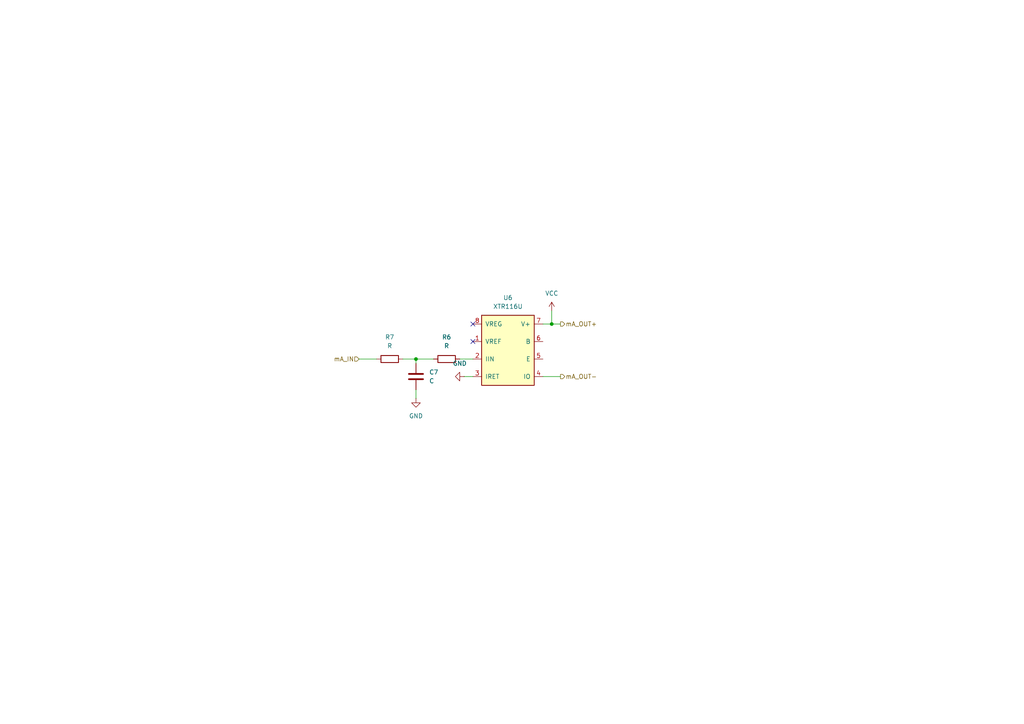
<source format=kicad_sch>
(kicad_sch
	(version 20250114)
	(generator "eeschema")
	(generator_version "9.0")
	(uuid "58f6dd84-1db0-4dda-b4c3-a528094a05db")
	(paper "A4")
	(lib_symbols
		(symbol "Device:C"
			(pin_numbers
				(hide yes)
			)
			(pin_names
				(offset 0.254)
			)
			(exclude_from_sim no)
			(in_bom yes)
			(on_board yes)
			(property "Reference" "C"
				(at 0.635 2.54 0)
				(effects
					(font
						(size 1.27 1.27)
					)
					(justify left)
				)
			)
			(property "Value" "C"
				(at 0.635 -2.54 0)
				(effects
					(font
						(size 1.27 1.27)
					)
					(justify left)
				)
			)
			(property "Footprint" ""
				(at 0.9652 -3.81 0)
				(effects
					(font
						(size 1.27 1.27)
					)
					(hide yes)
				)
			)
			(property "Datasheet" "~"
				(at 0 0 0)
				(effects
					(font
						(size 1.27 1.27)
					)
					(hide yes)
				)
			)
			(property "Description" "Unpolarized capacitor"
				(at 0 0 0)
				(effects
					(font
						(size 1.27 1.27)
					)
					(hide yes)
				)
			)
			(property "ki_keywords" "cap capacitor"
				(at 0 0 0)
				(effects
					(font
						(size 1.27 1.27)
					)
					(hide yes)
				)
			)
			(property "ki_fp_filters" "C_*"
				(at 0 0 0)
				(effects
					(font
						(size 1.27 1.27)
					)
					(hide yes)
				)
			)
			(symbol "C_0_1"
				(polyline
					(pts
						(xy -2.032 0.762) (xy 2.032 0.762)
					)
					(stroke
						(width 0.508)
						(type default)
					)
					(fill
						(type none)
					)
				)
				(polyline
					(pts
						(xy -2.032 -0.762) (xy 2.032 -0.762)
					)
					(stroke
						(width 0.508)
						(type default)
					)
					(fill
						(type none)
					)
				)
			)
			(symbol "C_1_1"
				(pin passive line
					(at 0 3.81 270)
					(length 2.794)
					(name "~"
						(effects
							(font
								(size 1.27 1.27)
							)
						)
					)
					(number "1"
						(effects
							(font
								(size 1.27 1.27)
							)
						)
					)
				)
				(pin passive line
					(at 0 -3.81 90)
					(length 2.794)
					(name "~"
						(effects
							(font
								(size 1.27 1.27)
							)
						)
					)
					(number "2"
						(effects
							(font
								(size 1.27 1.27)
							)
						)
					)
				)
			)
			(embedded_fonts no)
		)
		(symbol "Device:R"
			(pin_numbers
				(hide yes)
			)
			(pin_names
				(offset 0)
			)
			(exclude_from_sim no)
			(in_bom yes)
			(on_board yes)
			(property "Reference" "R"
				(at 2.032 0 90)
				(effects
					(font
						(size 1.27 1.27)
					)
				)
			)
			(property "Value" "R"
				(at 0 0 90)
				(effects
					(font
						(size 1.27 1.27)
					)
				)
			)
			(property "Footprint" ""
				(at -1.778 0 90)
				(effects
					(font
						(size 1.27 1.27)
					)
					(hide yes)
				)
			)
			(property "Datasheet" "~"
				(at 0 0 0)
				(effects
					(font
						(size 1.27 1.27)
					)
					(hide yes)
				)
			)
			(property "Description" "Resistor"
				(at 0 0 0)
				(effects
					(font
						(size 1.27 1.27)
					)
					(hide yes)
				)
			)
			(property "ki_keywords" "R res resistor"
				(at 0 0 0)
				(effects
					(font
						(size 1.27 1.27)
					)
					(hide yes)
				)
			)
			(property "ki_fp_filters" "R_*"
				(at 0 0 0)
				(effects
					(font
						(size 1.27 1.27)
					)
					(hide yes)
				)
			)
			(symbol "R_0_1"
				(rectangle
					(start -1.016 -2.54)
					(end 1.016 2.54)
					(stroke
						(width 0.254)
						(type default)
					)
					(fill
						(type none)
					)
				)
			)
			(symbol "R_1_1"
				(pin passive line
					(at 0 3.81 270)
					(length 1.27)
					(name "~"
						(effects
							(font
								(size 1.27 1.27)
							)
						)
					)
					(number "1"
						(effects
							(font
								(size 1.27 1.27)
							)
						)
					)
				)
				(pin passive line
					(at 0 -3.81 90)
					(length 1.27)
					(name "~"
						(effects
							(font
								(size 1.27 1.27)
							)
						)
					)
					(number "2"
						(effects
							(font
								(size 1.27 1.27)
							)
						)
					)
				)
			)
			(embedded_fonts no)
		)
		(symbol "Interface_CurrentLoop:XTR116U"
			(pin_names
				(offset 1.016)
			)
			(exclude_from_sim no)
			(in_bom yes)
			(on_board yes)
			(property "Reference" "U"
				(at -7.62 13.97 0)
				(effects
					(font
						(size 1.27 1.27)
					)
					(justify left)
				)
			)
			(property "Value" "XTR116U"
				(at 1.27 13.97 0)
				(effects
					(font
						(size 1.27 1.27)
					)
					(justify left)
				)
			)
			(property "Footprint" "Package_SO:SOIC-8_3.9x4.9mm_P1.27mm"
				(at 0 -10.16 0)
				(effects
					(font
						(size 1.27 1.27)
					)
					(hide yes)
				)
			)
			(property "Datasheet" "http://www.ti.com/lit/ds/symlink/xtr115.pdf"
				(at 0 0 0)
				(effects
					(font
						(size 1.27 1.27)
					)
					(hide yes)
				)
			)
			(property "Description" "4-20mA Current Loop Transmitter, VREF 4.096V, SO-8"
				(at 0 0 0)
				(effects
					(font
						(size 1.27 1.27)
					)
					(hide yes)
				)
			)
			(property "ki_keywords" "4-20mA Current Loop Transmitter"
				(at 0 0 0)
				(effects
					(font
						(size 1.27 1.27)
					)
					(hide yes)
				)
			)
			(property "ki_fp_filters" "SOIC*3.9x4.9mm*P1.27mm*"
				(at 0 0 0)
				(effects
					(font
						(size 1.27 1.27)
					)
					(hide yes)
				)
			)
			(symbol "XTR116U_0_1"
				(rectangle
					(start -7.62 12.7)
					(end 7.62 -7.62)
					(stroke
						(width 0.254)
						(type default)
					)
					(fill
						(type background)
					)
				)
			)
			(symbol "XTR116U_1_1"
				(pin output line
					(at -10.16 10.16 0)
					(length 2.54)
					(name "VREG"
						(effects
							(font
								(size 1.27 1.27)
							)
						)
					)
					(number "8"
						(effects
							(font
								(size 1.27 1.27)
							)
						)
					)
				)
				(pin output line
					(at -10.16 5.08 0)
					(length 2.54)
					(name "VREF"
						(effects
							(font
								(size 1.27 1.27)
							)
						)
					)
					(number "1"
						(effects
							(font
								(size 1.27 1.27)
							)
						)
					)
				)
				(pin input line
					(at -10.16 0 0)
					(length 2.54)
					(name "IIN"
						(effects
							(font
								(size 1.27 1.27)
							)
						)
					)
					(number "2"
						(effects
							(font
								(size 1.27 1.27)
							)
						)
					)
				)
				(pin input line
					(at -10.16 -5.08 0)
					(length 2.54)
					(name "IRET"
						(effects
							(font
								(size 1.27 1.27)
							)
						)
					)
					(number "3"
						(effects
							(font
								(size 1.27 1.27)
							)
						)
					)
				)
				(pin output line
					(at 10.16 10.16 180)
					(length 2.54)
					(name "V+"
						(effects
							(font
								(size 1.27 1.27)
							)
						)
					)
					(number "7"
						(effects
							(font
								(size 1.27 1.27)
							)
						)
					)
				)
				(pin output line
					(at 10.16 5.08 180)
					(length 2.54)
					(name "B"
						(effects
							(font
								(size 1.27 1.27)
							)
						)
					)
					(number "6"
						(effects
							(font
								(size 1.27 1.27)
							)
						)
					)
				)
				(pin passive line
					(at 10.16 0 180)
					(length 2.54)
					(name "E"
						(effects
							(font
								(size 1.27 1.27)
							)
						)
					)
					(number "5"
						(effects
							(font
								(size 1.27 1.27)
							)
						)
					)
				)
				(pin passive line
					(at 10.16 -5.08 180)
					(length 2.54)
					(name "IO"
						(effects
							(font
								(size 1.27 1.27)
							)
						)
					)
					(number "4"
						(effects
							(font
								(size 1.27 1.27)
							)
						)
					)
				)
			)
			(embedded_fonts no)
		)
		(symbol "power:GND"
			(power)
			(pin_numbers
				(hide yes)
			)
			(pin_names
				(offset 0)
				(hide yes)
			)
			(exclude_from_sim no)
			(in_bom yes)
			(on_board yes)
			(property "Reference" "#PWR"
				(at 0 -6.35 0)
				(effects
					(font
						(size 1.27 1.27)
					)
					(hide yes)
				)
			)
			(property "Value" "GND"
				(at 0 -3.81 0)
				(effects
					(font
						(size 1.27 1.27)
					)
				)
			)
			(property "Footprint" ""
				(at 0 0 0)
				(effects
					(font
						(size 1.27 1.27)
					)
					(hide yes)
				)
			)
			(property "Datasheet" ""
				(at 0 0 0)
				(effects
					(font
						(size 1.27 1.27)
					)
					(hide yes)
				)
			)
			(property "Description" "Power symbol creates a global label with name \"GND\" , ground"
				(at 0 0 0)
				(effects
					(font
						(size 1.27 1.27)
					)
					(hide yes)
				)
			)
			(property "ki_keywords" "global power"
				(at 0 0 0)
				(effects
					(font
						(size 1.27 1.27)
					)
					(hide yes)
				)
			)
			(symbol "GND_0_1"
				(polyline
					(pts
						(xy 0 0) (xy 0 -1.27) (xy 1.27 -1.27) (xy 0 -2.54) (xy -1.27 -1.27) (xy 0 -1.27)
					)
					(stroke
						(width 0)
						(type default)
					)
					(fill
						(type none)
					)
				)
			)
			(symbol "GND_1_1"
				(pin power_in line
					(at 0 0 270)
					(length 0)
					(name "~"
						(effects
							(font
								(size 1.27 1.27)
							)
						)
					)
					(number "1"
						(effects
							(font
								(size 1.27 1.27)
							)
						)
					)
				)
			)
			(embedded_fonts no)
		)
		(symbol "power:VCC"
			(power)
			(pin_numbers
				(hide yes)
			)
			(pin_names
				(offset 0)
				(hide yes)
			)
			(exclude_from_sim no)
			(in_bom yes)
			(on_board yes)
			(property "Reference" "#PWR"
				(at 0 -3.81 0)
				(effects
					(font
						(size 1.27 1.27)
					)
					(hide yes)
				)
			)
			(property "Value" "VCC"
				(at 0 3.556 0)
				(effects
					(font
						(size 1.27 1.27)
					)
				)
			)
			(property "Footprint" ""
				(at 0 0 0)
				(effects
					(font
						(size 1.27 1.27)
					)
					(hide yes)
				)
			)
			(property "Datasheet" ""
				(at 0 0 0)
				(effects
					(font
						(size 1.27 1.27)
					)
					(hide yes)
				)
			)
			(property "Description" "Power symbol creates a global label with name \"VCC\""
				(at 0 0 0)
				(effects
					(font
						(size 1.27 1.27)
					)
					(hide yes)
				)
			)
			(property "ki_keywords" "global power"
				(at 0 0 0)
				(effects
					(font
						(size 1.27 1.27)
					)
					(hide yes)
				)
			)
			(symbol "VCC_0_1"
				(polyline
					(pts
						(xy -0.762 1.27) (xy 0 2.54)
					)
					(stroke
						(width 0)
						(type default)
					)
					(fill
						(type none)
					)
				)
				(polyline
					(pts
						(xy 0 2.54) (xy 0.762 1.27)
					)
					(stroke
						(width 0)
						(type default)
					)
					(fill
						(type none)
					)
				)
				(polyline
					(pts
						(xy 0 0) (xy 0 2.54)
					)
					(stroke
						(width 0)
						(type default)
					)
					(fill
						(type none)
					)
				)
			)
			(symbol "VCC_1_1"
				(pin power_in line
					(at 0 0 90)
					(length 0)
					(name "~"
						(effects
							(font
								(size 1.27 1.27)
							)
						)
					)
					(number "1"
						(effects
							(font
								(size 1.27 1.27)
							)
						)
					)
				)
			)
			(embedded_fonts no)
		)
	)
	(junction
		(at 120.65 104.14)
		(diameter 0)
		(color 0 0 0 0)
		(uuid "7aff6aaa-1647-4325-8212-2afa73b8a880")
	)
	(junction
		(at 160.02 93.98)
		(diameter 0)
		(color 0 0 0 0)
		(uuid "d09c8139-673e-425a-8163-c1e53fbc687f")
	)
	(no_connect
		(at 137.16 93.98)
		(uuid "4acb48ab-6c0c-45d5-826b-f456b40ef671")
	)
	(no_connect
		(at 137.16 99.06)
		(uuid "79b14d78-8e5f-417b-9768-778e0591a602")
	)
	(wire
		(pts
			(xy 160.02 93.98) (xy 162.56 93.98)
		)
		(stroke
			(width 0)
			(type default)
		)
		(uuid "0389ee58-a853-4035-9341-aadedcac7969")
	)
	(wire
		(pts
			(xy 120.65 113.03) (xy 120.65 115.57)
		)
		(stroke
			(width 0)
			(type default)
		)
		(uuid "0b422771-03fe-463e-9758-4dfaaa7af0dc")
	)
	(wire
		(pts
			(xy 120.65 104.14) (xy 125.73 104.14)
		)
		(stroke
			(width 0)
			(type default)
		)
		(uuid "28dd780f-c704-4444-9e3c-24a793c0f962")
	)
	(wire
		(pts
			(xy 133.35 104.14) (xy 137.16 104.14)
		)
		(stroke
			(width 0)
			(type default)
		)
		(uuid "76eddfe1-6271-4a9d-bd08-53b387f67fb6")
	)
	(wire
		(pts
			(xy 120.65 104.14) (xy 120.65 105.41)
		)
		(stroke
			(width 0)
			(type default)
		)
		(uuid "87d6fba2-c15c-409c-bcd5-39e537a2c404")
	)
	(wire
		(pts
			(xy 157.48 109.22) (xy 162.56 109.22)
		)
		(stroke
			(width 0)
			(type default)
		)
		(uuid "9286d4cf-1107-4ae8-b5fd-ca10ad148943")
	)
	(wire
		(pts
			(xy 137.16 109.22) (xy 134.62 109.22)
		)
		(stroke
			(width 0)
			(type default)
		)
		(uuid "98c7daac-ecf9-45e9-9482-a506275a48a2")
	)
	(wire
		(pts
			(xy 160.02 90.17) (xy 160.02 93.98)
		)
		(stroke
			(width 0)
			(type default)
		)
		(uuid "a4aafb21-69e8-4517-9c0d-9bd34d822bd9")
	)
	(wire
		(pts
			(xy 116.84 104.14) (xy 120.65 104.14)
		)
		(stroke
			(width 0)
			(type default)
		)
		(uuid "c454056f-4159-40dc-b87e-9cc98141afdb")
	)
	(wire
		(pts
			(xy 104.14 104.14) (xy 109.22 104.14)
		)
		(stroke
			(width 0)
			(type default)
		)
		(uuid "d0f961c8-b33f-4d1f-89df-5ee9da309df8")
	)
	(wire
		(pts
			(xy 157.48 93.98) (xy 160.02 93.98)
		)
		(stroke
			(width 0)
			(type default)
		)
		(uuid "e4ea5616-15b0-49c8-b31a-f0923990d4c4")
	)
	(hierarchical_label "mA_IN"
		(shape input)
		(at 104.14 104.14 180)
		(effects
			(font
				(size 1.27 1.27)
			)
			(justify right)
		)
		(uuid "0e946f86-cd9e-4c42-826e-b23c2762290b")
	)
	(hierarchical_label "mA_OUT-"
		(shape output)
		(at 162.56 109.22 0)
		(effects
			(font
				(size 1.27 1.27)
			)
			(justify left)
		)
		(uuid "cbf4afc4-584b-4806-adc1-93d26b6b30fd")
	)
	(hierarchical_label "mA_OUT+"
		(shape output)
		(at 162.56 93.98 0)
		(effects
			(font
				(size 1.27 1.27)
			)
			(justify left)
		)
		(uuid "dbbb5521-0e44-4c50-8e3b-8ff6b7d6fdf5")
	)
	(symbol
		(lib_id "Device:C")
		(at 120.65 109.22 0)
		(unit 1)
		(exclude_from_sim no)
		(in_bom yes)
		(on_board yes)
		(dnp no)
		(fields_autoplaced yes)
		(uuid "018d5b08-1461-441d-999d-ae372d163451")
		(property "Reference" "C7"
			(at 124.46 107.9499 0)
			(effects
				(font
					(size 1.27 1.27)
				)
				(justify left)
			)
		)
		(property "Value" "C"
			(at 124.46 110.4899 0)
			(effects
				(font
					(size 1.27 1.27)
				)
				(justify left)
			)
		)
		(property "Footprint" ""
			(at 121.6152 113.03 0)
			(effects
				(font
					(size 1.27 1.27)
				)
				(hide yes)
			)
		)
		(property "Datasheet" "~"
			(at 120.65 109.22 0)
			(effects
				(font
					(size 1.27 1.27)
				)
				(hide yes)
			)
		)
		(property "Description" "Unpolarized capacitor"
			(at 120.65 109.22 0)
			(effects
				(font
					(size 1.27 1.27)
				)
				(hide yes)
			)
		)
		(pin "2"
			(uuid "2acd6f82-0d68-4134-9316-66f6dcb53cd2")
		)
		(pin "1"
			(uuid "d2f58531-ef4c-41fd-bfdd-27e1bbe946b8")
		)
		(instances
			(project ""
				(path "/8290cc18-06d0-4e02-a781-29a61ebc321a/9e4d7a0c-a5eb-4e88-9036-0c35e68b279a/a4009674-06bb-4fe0-bcda-ed9945d86716"
					(reference "C7")
					(unit 1)
				)
			)
		)
	)
	(symbol
		(lib_id "Device:R")
		(at 129.54 104.14 90)
		(unit 1)
		(exclude_from_sim no)
		(in_bom yes)
		(on_board yes)
		(dnp no)
		(fields_autoplaced yes)
		(uuid "046dafc2-1c70-4135-8ca1-6005d73fca10")
		(property "Reference" "R6"
			(at 129.54 97.79 90)
			(effects
				(font
					(size 1.27 1.27)
				)
			)
		)
		(property "Value" "R"
			(at 129.54 100.33 90)
			(effects
				(font
					(size 1.27 1.27)
				)
			)
		)
		(property "Footprint" ""
			(at 129.54 105.918 90)
			(effects
				(font
					(size 1.27 1.27)
				)
				(hide yes)
			)
		)
		(property "Datasheet" "~"
			(at 129.54 104.14 0)
			(effects
				(font
					(size 1.27 1.27)
				)
				(hide yes)
			)
		)
		(property "Description" "Resistor"
			(at 129.54 104.14 0)
			(effects
				(font
					(size 1.27 1.27)
				)
				(hide yes)
			)
		)
		(pin "2"
			(uuid "39ffd673-2171-4ffe-bc3d-70f479cdecad")
		)
		(pin "1"
			(uuid "67838554-b7bb-4ac8-81ba-a195e2ddf21a")
		)
		(instances
			(project ""
				(path "/8290cc18-06d0-4e02-a781-29a61ebc321a/9e4d7a0c-a5eb-4e88-9036-0c35e68b279a/a4009674-06bb-4fe0-bcda-ed9945d86716"
					(reference "R6")
					(unit 1)
				)
			)
		)
	)
	(symbol
		(lib_id "Device:R")
		(at 113.03 104.14 90)
		(unit 1)
		(exclude_from_sim no)
		(in_bom yes)
		(on_board yes)
		(dnp no)
		(fields_autoplaced yes)
		(uuid "13dc7fc9-32a9-4fbd-a1ff-0b4ac0084cbc")
		(property "Reference" "R7"
			(at 113.03 97.79 90)
			(effects
				(font
					(size 1.27 1.27)
				)
			)
		)
		(property "Value" "R"
			(at 113.03 100.33 90)
			(effects
				(font
					(size 1.27 1.27)
				)
			)
		)
		(property "Footprint" ""
			(at 113.03 105.918 90)
			(effects
				(font
					(size 1.27 1.27)
				)
				(hide yes)
			)
		)
		(property "Datasheet" "~"
			(at 113.03 104.14 0)
			(effects
				(font
					(size 1.27 1.27)
				)
				(hide yes)
			)
		)
		(property "Description" "Resistor"
			(at 113.03 104.14 0)
			(effects
				(font
					(size 1.27 1.27)
				)
				(hide yes)
			)
		)
		(pin "2"
			(uuid "0b4f9864-c1d6-4700-a5d2-b83877677cdd")
		)
		(pin "1"
			(uuid "18426574-d7e2-4887-87cd-4346fbb4872f")
		)
		(instances
			(project ""
				(path "/8290cc18-06d0-4e02-a781-29a61ebc321a/9e4d7a0c-a5eb-4e88-9036-0c35e68b279a/a4009674-06bb-4fe0-bcda-ed9945d86716"
					(reference "R7")
					(unit 1)
				)
			)
		)
	)
	(symbol
		(lib_id "power:GND")
		(at 120.65 115.57 0)
		(unit 1)
		(exclude_from_sim no)
		(in_bom yes)
		(on_board yes)
		(dnp no)
		(fields_autoplaced yes)
		(uuid "5a139df8-35af-4338-961c-2283deed17d2")
		(property "Reference" "#PWR027"
			(at 120.65 121.92 0)
			(effects
				(font
					(size 1.27 1.27)
				)
				(hide yes)
			)
		)
		(property "Value" "GND"
			(at 120.65 120.65 0)
			(effects
				(font
					(size 1.27 1.27)
				)
			)
		)
		(property "Footprint" ""
			(at 120.65 115.57 0)
			(effects
				(font
					(size 1.27 1.27)
				)
				(hide yes)
			)
		)
		(property "Datasheet" ""
			(at 120.65 115.57 0)
			(effects
				(font
					(size 1.27 1.27)
				)
				(hide yes)
			)
		)
		(property "Description" "Power symbol creates a global label with name \"GND\" , ground"
			(at 120.65 115.57 0)
			(effects
				(font
					(size 1.27 1.27)
				)
				(hide yes)
			)
		)
		(pin "1"
			(uuid "be2d1637-bdab-440d-b249-ee49f34279e4")
		)
		(instances
			(project "NIVARA"
				(path "/8290cc18-06d0-4e02-a781-29a61ebc321a/9e4d7a0c-a5eb-4e88-9036-0c35e68b279a/a4009674-06bb-4fe0-bcda-ed9945d86716"
					(reference "#PWR027")
					(unit 1)
				)
			)
		)
	)
	(symbol
		(lib_id "power:GND")
		(at 134.62 109.22 270)
		(unit 1)
		(exclude_from_sim no)
		(in_bom yes)
		(on_board yes)
		(dnp no)
		(fields_autoplaced yes)
		(uuid "5f637cb6-8ba6-43ed-be30-d365deb5df8a")
		(property "Reference" "#PWR026"
			(at 128.27 109.22 0)
			(effects
				(font
					(size 1.27 1.27)
				)
				(hide yes)
			)
		)
		(property "Value" "GND"
			(at 133.35 105.41 90)
			(effects
				(font
					(size 1.27 1.27)
				)
			)
		)
		(property "Footprint" ""
			(at 134.62 109.22 0)
			(effects
				(font
					(size 1.27 1.27)
				)
				(hide yes)
			)
		)
		(property "Datasheet" ""
			(at 134.62 109.22 0)
			(effects
				(font
					(size 1.27 1.27)
				)
				(hide yes)
			)
		)
		(property "Description" "Power symbol creates a global label with name \"GND\" , ground"
			(at 134.62 109.22 0)
			(effects
				(font
					(size 1.27 1.27)
				)
				(hide yes)
			)
		)
		(pin "1"
			(uuid "1fbef816-d936-4e43-9264-570e7cecf418")
		)
		(instances
			(project ""
				(path "/8290cc18-06d0-4e02-a781-29a61ebc321a/9e4d7a0c-a5eb-4e88-9036-0c35e68b279a/a4009674-06bb-4fe0-bcda-ed9945d86716"
					(reference "#PWR026")
					(unit 1)
				)
			)
		)
	)
	(symbol
		(lib_id "power:VCC")
		(at 160.02 90.17 0)
		(unit 1)
		(exclude_from_sim no)
		(in_bom yes)
		(on_board yes)
		(dnp no)
		(fields_autoplaced yes)
		(uuid "68f009ae-7821-46db-a10f-fed92f1afa3f")
		(property "Reference" "#PWR028"
			(at 160.02 93.98 0)
			(effects
				(font
					(size 1.27 1.27)
				)
				(hide yes)
			)
		)
		(property "Value" "VCC"
			(at 160.02 85.09 0)
			(effects
				(font
					(size 1.27 1.27)
				)
			)
		)
		(property "Footprint" ""
			(at 160.02 90.17 0)
			(effects
				(font
					(size 1.27 1.27)
				)
				(hide yes)
			)
		)
		(property "Datasheet" ""
			(at 160.02 90.17 0)
			(effects
				(font
					(size 1.27 1.27)
				)
				(hide yes)
			)
		)
		(property "Description" "Power symbol creates a global label with name \"VCC\""
			(at 160.02 90.17 0)
			(effects
				(font
					(size 1.27 1.27)
				)
				(hide yes)
			)
		)
		(pin "1"
			(uuid "f8e143dc-2d44-4eb2-8c0a-4d80fda73bbb")
		)
		(instances
			(project ""
				(path "/8290cc18-06d0-4e02-a781-29a61ebc321a/9e4d7a0c-a5eb-4e88-9036-0c35e68b279a/a4009674-06bb-4fe0-bcda-ed9945d86716"
					(reference "#PWR028")
					(unit 1)
				)
			)
		)
	)
	(symbol
		(lib_id "Interface_CurrentLoop:XTR116U")
		(at 147.32 104.14 0)
		(unit 1)
		(exclude_from_sim no)
		(in_bom yes)
		(on_board yes)
		(dnp no)
		(fields_autoplaced yes)
		(uuid "7a5d9a83-386c-4823-bdbb-5713eb163297")
		(property "Reference" "U6"
			(at 147.32 86.36 0)
			(effects
				(font
					(size 1.27 1.27)
				)
			)
		)
		(property "Value" "XTR116U"
			(at 147.32 88.9 0)
			(effects
				(font
					(size 1.27 1.27)
				)
			)
		)
		(property "Footprint" "Package_SO:SOIC-8_3.9x4.9mm_P1.27mm"
			(at 147.32 114.3 0)
			(effects
				(font
					(size 1.27 1.27)
				)
				(hide yes)
			)
		)
		(property "Datasheet" "http://www.ti.com/lit/ds/symlink/xtr115.pdf"
			(at 147.32 104.14 0)
			(effects
				(font
					(size 1.27 1.27)
				)
				(hide yes)
			)
		)
		(property "Description" "4-20mA Current Loop Transmitter, VREF 4.096V, SO-8"
			(at 147.32 104.14 0)
			(effects
				(font
					(size 1.27 1.27)
				)
				(hide yes)
			)
		)
		(pin "5"
			(uuid "e616a021-a378-40c3-bdf5-ecbb1d1cb253")
		)
		(pin "3"
			(uuid "0405bccd-7824-478d-9f68-b443803a1c94")
		)
		(pin "8"
			(uuid "7cc4e92a-d36f-44cb-a014-fa6dbd0ea7ae")
		)
		(pin "6"
			(uuid "90a77a15-ab87-4c32-b32c-90ec11c435a7")
		)
		(pin "7"
			(uuid "006e1569-6b46-4dd0-b6f5-f0adcfab28ba")
		)
		(pin "4"
			(uuid "d2bfb56f-d2ab-4ff6-91fb-73b73f96a30e")
		)
		(pin "1"
			(uuid "4c08a159-2aa5-47c9-ab58-3eef350f89c0")
		)
		(pin "2"
			(uuid "98dbb2c9-fd45-4a08-a773-c744f746f904")
		)
		(instances
			(project ""
				(path "/8290cc18-06d0-4e02-a781-29a61ebc321a/9e4d7a0c-a5eb-4e88-9036-0c35e68b279a/a4009674-06bb-4fe0-bcda-ed9945d86716"
					(reference "U6")
					(unit 1)
				)
			)
		)
	)
)

</source>
